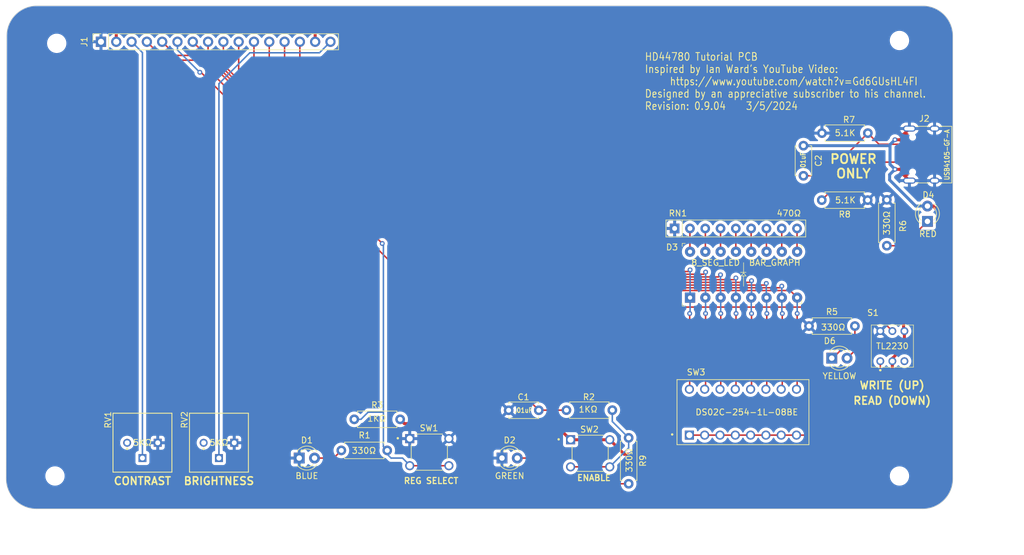
<source format=kicad_pcb>
(kicad_pcb (version 20221018) (generator pcbnew)
  (title_block (title "${project_name}") (date "2024-03-05") (rev "${version}") (company "Lutzcraft"))
  (layers (0 "F.Cu" signal) (31 "B.Cu" power) (34 "B.Paste" user) (35 "F.Paste" user) (36 "B.SilkS" user "B.Silkscreen") (37 "F.SilkS" user "F.Silkscreen") (38 "B.Mask" user) (39 "F.Mask" user) (44 "Edge.Cuts" user))
  (property "project_name" "HD44780 Tutorial PCB")
  (property "version" "0.9.04")
  (net 0 "")
  (net 1 "GND")
  (net 2 "Net-(D1-A)")
  (net 3 "Net-(D2-A)")
  (net 4 "/D7")
  (net 5 "/D6")
  (net 6 "/D5")
  (net 7 "/D4")
  (net 8 "/D3")
  (net 9 "/D2")
  (net 10 "/D1")
  (net 11 "/D0")
  (net 12 "Net-(RN1-R8)")
  (net 13 "Net-(RN1-R7)")
  (net 14 "Net-(RN1-R6)")
  (net 15 "Net-(RN1-R5)")
  (net 16 "Net-(RN1-R4)")
  (net 17 "Net-(RN1-R3)")
  (net 18 "Net-(RN1-R2)")
  (net 19 "Net-(RN1-R1)")
  (net 20 "Net-(D4-K)")
  (net 21 "+5V")
  (net 22 "/RS")
  (net 23 "/RW")
  (net 24 "/BLK")
  (net 25 "Net-(J2-PadA5)")
  (net 29 "Net-(C2-Pad2)")
  (net 33 "/V0")
  (net 34 "Net-(R2-Pad1)")
  (net 35 "Net-(D6-K)")
  (net 36 "/E")
  (net 38 "Net-(S1-NC_1)")
  (footprint "footprints:SW_1825967-1" (layer "F.Cu") (at 131.445 120.305)
    (fp_text reference "SW1" (at -0.05 -4) (layer "F.SilkS"))
    (fp_text value "REG SELECT" (at 0.305 4.755) (layer "F.SilkS") (effects (font (thickness 0.2) bold)))
    (pad "1" thru_hole rect (at -3.25 -2.25) (size 1.508 1.508) (drill 1) (layers "*.Cu" "*.Mask") (net 1 "GND"))
    (pad "2" thru_hole circle (at 3.25 -2.25) (size 1.508 1.508) (drill 1) (layers "*.Cu" "*.Mask") (net 1 "GND"))
    (pad "3" thru_hole circle (at -3.25 2.25) (size 1.508 1.508) (drill 1) (layers "*.Cu" "*.Mask") (net 22 "/RS"))
    (pad "4" thru_hole circle (at 3.25 2.25) (size 1.508 1.508) (drill 1) (layers "*.Cu" "*.Mask") (net 22 "/RS"))
  )
  (footprint "footprints:BOURNE-3386P" (layer "F.Cu") (at 81.28 118.745)
    (fp_text reference "RV1" (at -3.175 -3.81 90 unlocked) (layer "F.SilkS"))
    (fp_text value "5KΩ" (at 2.54 -0.0127 unlocked) (layer "F.SilkS"))
    (fp_text user "CONTRAST" (at 2.54 6.35 unlocked) (layer "F.SilkS") (effects (font (size 1.27 1.27) (thickness 0.254))))
    (pad "1" thru_hole circle (at 0 0) (size 1.3208 1.3208) (drill 0.8128) (layers "*.Cu" "*.Mask"))
    (pad "2" thru_hole rect (at 2.54 2.54) (size 1.3208 1.3208) (drill 0.8128) (layers "*.Cu" "*.Mask") (net 33 "/V0"))
    (pad "3" thru_hole rect (at 5.08 0) (size 1.3208 1.3208) (drill 0.8128) (layers "*.Cu" "*.Mask") (net 1 "GND"))
  )
  (footprint "Capacitor_THT:C_Disc_D4.7mm_W2.5mm_P5.00mm" (layer "F.Cu") (at 193.56 69.42 -90)
    (fp_text reference "C2" (at 2.5 -2.5 90) (layer "F.SilkS"))
    (fp_text value ".01uF" (at 2.53 0.06 90) (layer "F.SilkS") (effects (font (size 0.8 0.7))))
    (pad "1" thru_hole circle (at 0 0 270) (size 1.6 1.6) (drill 0.8) (layers "*.Cu" "*.Mask") (net 21 "+5V"))
    (pad "2" thru_hole circle (at 5 0 270) (size 1.6 1.6) (drill 0.8) (layers "*.Cu" "*.Mask") (net 29 "Net-(C2-Pad2)"))
  )
  (footprint "Resistor_THT:R_Axial_DIN0207_L6.3mm_D2.5mm_P7.62mm_Horizontal" (layer "F.Cu") (at 161.83 113.33 180)
    (fp_text reference "R2" (at 3.89 2.17 180) (layer "F.SilkS"))
    (fp_text value "1KΩ" (at 4.02 0.12 180) (layer "F.SilkS"))
    (pad "1" thru_hole circle (at 0 0 180) (size 1.6 1.6) (drill 0.8) (layers "*.Cu" "*.Mask") (net 34 "Net-(R2-Pad1)"))
    (pad "2" thru_hole oval (at 7.62 0 180) (size 1.6 1.6) (drill 0.8) (layers "*.Cu" "*.Mask") (net 36 "/E"))
  )
  (footprint "Capacitor_THT:C_Disc_D4.7mm_W2.5mm_P5.00mm" (layer "F.Cu") (at 149.62 113.35 180)
    (fp_text reference "C1" (at 2.54 2.19 180) (layer "F.SilkS"))
    (fp_text value ".01uF" (at 2.54 -0.01 180) (layer "F.SilkS") (effects (font (size 0.8 0.7))))
    (pad "1" thru_hole circle (at 0 0 180) (size 1.6 1.6) (drill 0.8) (layers "*.Cu" "*.Mask") (net 36 "/E"))
    (pad "2" thru_hole circle (at 5 0 180) (size 1.6 1.6) (drill 0.8) (layers "*.Cu" "*.Mask") (net 1 "GND"))
  )
  (footprint "footprints:USB_C_Receptacle_HRO_TYPE-C-31-M-12" (layer "F.Cu") (at 214.28 70.905 90)
    (fp_text reference "J2" (at 5.98 -0.65 180) (layer "F.SilkS"))
    (fp_text value "USB4105-GF-A" (at -0.035 3.11 90) (layer "F.SilkS") (effects (font (size 0.8 0.7))))
    (pad "" np_thru_hole circle (at -2.89 -2.6 90) (size 0.65 0.65) (drill 0.65) (layers "*.Cu" "*.Mask"))
    (pad "" np_thru_hole circle (at 2.89 -2.6 90) (size 0.65 0.65) (drill 0.65) (layers "*.Cu" "*.Mask"))
    (pad "A1" smd rect (at -3.25 -4.045 90) (size 0.6 1.45) (layers "F.Cu" "F.Paste" "F.Mask") (net 1 "GND"))
    (pad "A4" smd rect (at -2.45 -4.045 90) (size 0.6 1.45) (layers "F.Cu" "F.Paste" "F.Mask") (net 21 "+5V"))
    (pad "A5" smd rect (at -1.25 -4.045 90) (size 0.3 1.45) (layers "F.Cu" "F.Paste" "F.Mask") (net 25 "Net-(J2-PadA5)"))
    (pad "A6" smd rect (at -0.25 -4.045 90) (size 0.3 1.45) (layers "F.Cu" "F.Paste" "F.Mask"))
    (pad "A7" smd rect (at 0.25 -4.045 90) (size 0.3 1.45) (layers "F.Cu" "F.Paste" "F.Mask"))
    (pad "A8" smd rect (at 1.25 -4.045 90) (size 0.3 1.45) (layers "F.Cu" "F.Paste" "F.Mask"))
    (pad "A9" smd rect (at 2.45 -4.045 90) (size 0.6 1.45) (layers "F.Cu" "F.Paste" "F.Mask") (net 21 "+5V"))
    (pad "A12" smd rect (at 3.25 -4.045 90) (size 0.6 1.45) (layers "F.Cu" "F.Paste" "F.Mask") (net 1 "GND"))
    (pad "B1" smd rect (at 3.25 -4.045 90) (size 0.6 1.45) (layers "F.Cu" "F.Paste" "F.Mask") (net 1 "GND"))
    (pad "B4" smd rect (at 2.45 -4.045 90) (size 0.6 1.45) (layers "F.Cu" "F.Paste" "F.Mask") (net 21 "+5V"))
    (pad "B5" smd rect (at 1.75 -4.045 90) (size 0.3 1.45) (layers "F.Cu" "F.Paste" "F.Mask") (net 29 "Net-(C2-Pad2)"))
    (pad "B6" smd rect (at 0.75 -4.045 90) (size 0.3 1.45) (layers "F.Cu" "F.Paste" "F.Mask"))
    (pad "B7" smd rect (at -0.75 -4.045 90) (size 0.3 1.45) (layers "F.Cu" "F.Paste" "F.Mask"))
    (pad "B8" smd rect (at -1.75 -4.045 90) (size 0.3 1.45) (layers "F.Cu" "F.Paste" "F.Mask"))
    (pad "B9" smd rect (at -2.45 -4.045 90) (size 0.6 1.45) (layers "F.Cu" "F.Paste" "F.Mask") (net 21 "+5V"))
    (pad "B12" smd rect (at -3.25 -4.045 90) (size 0.6 1.45) (layers "F.Cu" "F.Paste" "F.Mask") (net 1 "GND"))
    (pad "S1" thru_hole oval (at -4.32 -3.13 90) (size 1 2.1) (drill oval 0.6 1.7) (layers "*.Cu" "*.Mask") (net 1 "GND"))
    (pad "S1" thru_hole oval (at -4.32 1.05 90) (size 1 1.6) (drill oval 0.6 1.2) (layers "*.Cu" "*.Mask") (net 1 "GND"))
    (pad "S1" thru_hole oval (at 4.32 -3.13 90) (size 1 2.1) (drill oval 0.6 1.7) (layers "*.Cu" "*.Mask") (net 1 "GND"))
    (pad "S1" thru_hole oval (at 4.32 1.05 90) (size 1 1.6) (drill oval 0.6 1.2) (layers "*.Cu" "*.Mask") (net 1 "GND"))
  )
  (footprint "Resistor_THT:R_Axial_DIN0207_L6.3mm_D2.5mm_P7.62mm_Horizontal" (layer "F.Cu") (at 164.54 117.93 -90)
    (fp_text reference "R9" (at 3.81 -2.37 90) (layer "F.SilkS"))
    (fp_text value "330Ω" (at 3.72 -0.1 90) (layer "F.SilkS"))
    (pad "1" thru_hole circle (at 0 0 270) (size 1.6 1.6) (drill 0.8) (layers "*.Cu" "*.Mask") (net 34 "Net-(R2-Pad1)"))
    (pad "2" thru_hole oval (at 7.62 0 270) (size 1.6 1.6) (drill 0.8) (layers "*.Cu" "*.Mask") (net 3 "Net-(D2-A)"))
  )
  (footprint "LED_THT:LED_D3.0mm" (layer "F.Cu") (at 109.85 121.285)
    (fp_text reference "D1" (at 1.27 -2.96) (layer "F.SilkS"))
    (fp_text value "BLUE" (at 1.27 2.96) (layer "F.SilkS"))
    (pad "1" thru_hole rect (at 0 0) (size 1.8 1.8) (drill 0.9) (layers "*.Cu" "*.Mask") (net 1 "GND"))
    (pad "2" thru_hole circle (at 2.54 0) (size 1.8 1.8) (drill 0.9) (layers "*.Cu" "*.Mask") (net 2 "Net-(D1-A)"))
  )
  (footprint "Resistor_THT:R_Axial_DIN0207_L6.3mm_D2.5mm_P7.62mm_Horizontal" (layer "F.Cu") (at 207.4042 78.4102 -90)
    (fp_text reference "R6" (at 4.3498 -2.6758 90) (layer "F.SilkS"))
    (fp_text value "330Ω" (at 3.8598 0.0042 90) (layer "F.SilkS"))
    (pad "1" thru_hole circle (at 0 0 270) (size 1.6 1.6) (drill 0.8) (layers "*.Cu" "*.Mask") (net 1 "GND"))
    (pad "2" thru_hole oval (at 7.62 0 270) (size 1.6 1.6) (drill 0.8) (layers "*.Cu" "*.Mask") (net 20 "Net-(D4-K)"))
  )
  (footprint "LED_THT:LED_D3.0mm" (layer "F.Cu") (at 143.51 121.285)
    (fp_text reference "D2" (at 1.27 -2.96) (layer "F.SilkS"))
    (fp_text value "GREEN" (at 1.27 2.96) (layer "F.SilkS"))
    (pad "1" thru_hole rect (at 0 0) (size 1.8 1.8) (drill 0.9) (layers "*.Cu" "*.Mask") (net 1 "GND"))
    (pad "2" thru_hole circle (at 2.54 0) (size 1.8 1.8) (drill 0.9) (layers "*.Cu" "*.Mask") (net 3 "Net-(D2-A)"))
  )
  (footprint "Resistor_THT:R_Axial_DIN0207_L6.3mm_D2.5mm_P7.62mm_Horizontal" (layer "F.Cu") (at 204.22 78.46 180)
    (fp_text reference "R8" (at 3.81 -2.37 180) (layer "F.SilkS"))
    (fp_text value "5.1K" (at 3.7 -0.01 180) (layer "F.SilkS"))
    (pad "1" thru_hole circle (at 0 0 180) (size 1.6 1.6) (drill 0.8) (layers "*.Cu" "*.Mask") (net 1 "GND"))
    (pad "2" thru_hole oval (at 7.62 0 180) (size 1.6 1.6) (drill 0.8) (layers "*.Cu" "*.Mask") (net 25 "Net-(J2-PadA5)"))
  )
  (footprint "footprints:LCD_2004_PinSocket_1x16_P2.54mm_Vertical" (layer "F.Cu") (at 76.9366 52.1716 90)
    (fp_text reference "J1" (at 0 -2.77 90) (layer "F.SilkS"))
    (fp_text value "LCD_2004_PinSocket_1x16_P2.54mm_Vertical")
    (pad "1" thru_hole rect (at 0 0 90) (size 1.7 1.7) (drill 1) (layers "*.Cu" "*.Mask") (net 1 "GND"))
    (pad "2" thru_hole oval (at 0 2.54 90) (size 1.7 1.7) (drill 1) (layers "*.Cu" "*.Mask") (net 21 "+5V"))
    (pad "3" thru_hole oval (at 0 5.08 90) (size 1.7 1.7) (drill 1) (layers "*.Cu" "*.Mask") (net 33 "/V0"))
    (pad "4" thru_hole oval (at 0 7.62 90) (size 1.7 1.7) (drill 1) (layers "*.Cu" "*.Mask") (net 22 "/RS"))
    (pad "5" thru_hole oval (at 0 10.16 90) (size 1.7 1.7) (drill 1) (layers "*.Cu" "*.Mask") (net 23 "/RW"))
    (pad "6" thru_hole oval (at 0 12.7 90) (size 1.7 1.7) (drill 1) (layers "*.Cu" "*.Mask") (net 36 "/E"))
    (pad "7" thru_hole oval (at 0 15.24 90) (size 1.7 1.7) (drill 1) (layers "*.Cu" "*.Mask") (net 11 "/D0"))
    (pad "8" thru_hole oval (at 0 17.78 90) (size 1.7 1.7) (drill 1) (layers "*.Cu" "*.Mask") (net 10 "/D1"))
    (pad "9" thru_hole oval (at 0 20.32 90) (size 1.7 1.7) (drill 1) (layers "*.Cu" "*.Mask") (net 9 "/D2"))
    (pad "10" thru_hole oval (at 0 22.86 90) (size 1.7 1.7) (drill 1) (layers "*.Cu" "*.Mask") (net 8 "/D3"))
    (pad "11" thru_hole oval (at 0 25.4 90) (size 1.7 1.7) (drill 1) (layers "*.Cu" "*.Mask") (net 7 "/D4"))
    (pad "12" thru_hole oval (at 0 27.94 90) (size 1.7 1.7) (drill 1) (layers "*.Cu" "*.Mask") (net 6 "/D5"))
    (pad "13" thru_hole oval (at 0 30.48 90) (size 1.7 1.7) (drill 1) (layers "*.Cu" "*.Mask") (net 5 "/D6"))
    (pad "14" thru_hole oval (at 0 33.02 90) (size 1.7 1.7) (drill 1) (layers "*.Cu" "*.Mask") (net 4 "/D7"))
    (pad "15" thru_hole oval (at 0 35.56 90) (size 1.7 1.7) (drill 1) (layers "*.Cu" "*.Mask") (net 21 "+5V"))
    (pad "16" thru_hole oval (at 0 38.1 90) (size 1.7 1.7) (drill 1) (layers "*.Cu" "*.Mask") (net 24 "/BLK"))
  )
  (footprint "footprints:SW_1825967-1" (layer "F.Cu") (at 158.15 120.49)
    (fp_text reference "SW2" (at -0.12 -3.96) (layer "F.SilkS"))
    (fp_text value "ENABLE" (at 0.63 4.08) (layer "F.SilkS") (effects (font (thickness 0.2) bold)))
    (pad "1" thru_hole rect (at -3.25 -2.25) (size 1.508 1.508) (drill 1) (layers "*.Cu" "*.Mask") (net 21 "+5V"))
    (pad "2" thru_hole circle (at 3.25 -2.25) (size 1.508 1.508) (drill 1) (layers "*.Cu" "*.Mask") (net 21 "+5V"))
    (pad "3" thru_hole circle (at -3.25 2.25) (size 1.508 1.508) (drill 1) (layers "*.Cu" "*.Mask") (net 34 "Net-(R2-Pad1)"))
    (pad "4" thru_hole circle (at 3.25 2.25) (size 1.508 1.508) (drill 1) (layers "*.Cu" "*.Mask") (net 34 "Net-(R2-Pad1)"))
  )
  (footprint "MountingHole:MountingHole_2.7mm_M2.5" (layer "F.Cu") (at 209.5 51.96)
    (fp_text reference "H2")
    (fp_text value "MountingHole")
    (pad "" np_thru_hole circle locked (at 0 0) (size 2.7 2.7) (drill 2.7) (layers "*.Cu" "*.Mask"))
  )
  (footprint "MountingHole:MountingHole_2.7mm_M2.5" (layer "F.Cu") (at 69.59 52.43)
    (fp_text reference "H1")
    (fp_text value "MountingHole")
    (pad "" np_thru_hole circle locked (at 0 0) (size 2.7 2.7) (drill 2.7) (layers "*.Cu" "*.Mask"))
  )
  (footprint "footprints:LED_Bar_Graph_8_SEG_SOCKET" (layer "F.Cu") (at 174.7314 94.6448 90)
    (fp_text reference "D3" (at 8.3604 -2.9886 180) (layer "F.SilkS"))
    (fp_text value " 8_SEG_LED  BAR_GRAPH" (at 5.8 8.89) (layer "F.SilkS"))
    (pad "1" thru_hole rect (at 0 0 90) (size 1.7 1.7) (drill 0.7) (layers "*.Cu" "*.Mask") (net 4 "/D7"))
    (pad "2" thru_hole circle (at 0 2.54 90) (size 1.7 1.7) (drill 0.7) (layers "*.Cu" "*.Mask") (net 5 "/D6"))
    (pad "3" thru_hole circle (at 0 5.08 90) (size 1.7 1.7) (drill 0.7) (layers "*.Cu" "*.Mask") (net 6 "/D5"))
    (pad "4" thru_hole circle (at 0 7.62 90) (size 1.7 1.7) (drill 0.7) (layers "*.Cu" "*.Mask") (net 7 "/D4"))
    (pad "5" thru_hole circle (at 0 10.16 90) (size 1.7 1.7) (drill 0.7) (layers "*.Cu" "*.Mask") (net 8 "/D3"))
    (pad "6" thru_hole circle (at 0 12.7 90) (size 1.7 1.7) (drill 0.7) (layers "*.Cu" "*.Mask") (net 9 "/D2"))
    (pad "7" thru_hole circle (at 0 15.24 90) (size 1.7 1.7) (drill 0.7) (layers "*.Cu" "*.Mask") (net 10 "/D1"))
    (pad "8" thru_hole circle (at 0 17.78 90) (size 1.7 1.7) (drill 0.7) (layers "*.Cu" "*.Mask") (net 11 "/D0"))
    (pad "9" thru_hole circle (at 7.62 17.78 90) (size 1.7 1.7) (drill 0.7) (layers "*.Cu" "*.Mask") (net 12 "Net-(RN1-R8)"))
    (pad "10" thru_hole circle (at 7.62 15.24 90) (size 1.7 1.7) (drill 0.7) (layers "*.Cu" "*.Mask") (net 13 "Net-(RN1-R7)"))
    (pad "11" thru_hole circle (at 7.62 12.7 90) (size 1.7 1.7) (drill 0.7) (layers "*.Cu" "*.Mask") (net 14 "Net-(RN1-R6)"))
    (pad "12" thru_hole circle (at 7.62 10.16 90) (size 1.7 1.7) (drill 0.7) (layers "*.Cu" "*.Mask") (net 15 "Net-(RN1-R5)"))
    (pad "13" thru_hole circle (at 7.62 7.62 90) (size 1.7 1.7) (drill 0.7) (layers "*.Cu" "*.Mask") (net 16 "Net-(RN1-R4)"))
    (pad "14" thru_hole circle (at 7.62 5.08 90) (size 1.7 1.7) (drill 0.7) (layers "*.Cu" "*.Mask") (net 17 "Net-(RN1-R3)"))
    (pad "15" thru_hole circle (at 7.62 2.54 90) (size 1.7 1.7) (drill 0.7) (layers "*.Cu" "*.Mask") (net 18 "Net-(RN1-R2)"))
    (pad "16" thru_hole circle (at 7.62 0 90) (size 1.7 1.7) (drill 0.7) (layers "*.Cu" "*.Mask") (net 19 "Net-(RN1-R1)"))
  )
  (footprint "Resistor_THT:R_Axial_DIN0207_L6.3mm_D2.5mm_P7.62mm_Horizontal" (layer "F.Cu") (at 124.46 120.015 180)
    (fp_text reference "R1" (at 3.76 2.51) (layer "F.SilkS"))
    (fp_text value "330Ω" (at 3.87 -0.04) (layer "F.SilkS"))
    (pad "1" thru_hole circle (at 0 0 180) (size 1.6 1.6) (drill 0.8) (layers "*.Cu" "*.Mask") (net 22 "/RS"))
    (pad "2" thru_hole oval (at 7.62 0 180) (size 1.6 1.6) (drill 0.8) (layers "*.Cu" "*.Mask") (net 2 "Net-(D1-A)"))
  )
  (footprint "Resistor_THT:R_Axial_DIN0207_L6.3mm_D2.5mm_P7.62mm_Horizontal" (layer "F.Cu") (at 194.48 99.37)
    (fp_text reference "R5" (at 3.81 -2.37) (layer "F.SilkS"))
    (fp_text value "330Ω" (at 4.02 0.21) (layer "F.SilkS"))
    (pad "1" thru_hole circle (at 0 0) (size 1.6 1.6) (drill 0.8) (layers "*.Cu" "*.Mask") (net 1 "GND"))
    (pad "2" thru_hole oval (at 7.62 0) (size 1.6 1.6) (drill 0.8) (layers "*.Cu" "*.Mask") (net 35 "Net-(D6-K)"))
  )
  (footprint "LED_THT:LED_D3.0mm" (layer "F.Cu") (at 198.26 104.7)
    (fp_text reference "D6" (at -0.33 -2.86) (layer "F.SilkS"))
    (fp_text value "YELLOW" (at 1.27 2.96) (layer "F.SilkS"))
    (pad "1" thru_hole rect (at 0 0) (size 1.8 1.8) (drill 0.9) (layers "*.Cu" "*.Mask") (net 35 "Net-(D6-K)"))
    (pad "2" thru_hole circle (at 2.54 0) (size 1.8 1.8) (drill 0.9) (layers "*.Cu" "*.Mask") (net 23 "/RW"))
  )
  (footprint "MountingHole:MountingHole_2.7mm_M2.5" (layer "F.Cu") (at 69.3 124.26)
    (fp_text reference locked "H4")
    (fp_text value "MountingHole")
    (pad "" np_thru_hole circle locked (at 0 0) (size 2.7 2.7) (drill 2.7) (layers "*.Cu" "*.Mask"))
  )
  (footprint "footprints:BOURNE-3386P" (layer "F.Cu") (at 93.98 118.745)
    (fp_text reference "RV2" (at -3.175 -3.81 90 unlocked) (layer "F.SilkS"))
    (fp_text value "5KΩ" (at 2.54 -0.0127 unlocked) (layer "F.SilkS"))
    (fp_text user "BRIGHTNESS" (at 2.54 6.35 unlocked) (layer "F.SilkS") (effects (font (size 1.27 1.27) (thickness 0.254))))
    (pad "1" thru_hole circle (at 0 0) (size 1.3208 1.3208) (drill 0.8128) (layers "*.Cu" "*.Mask"))
    (pad "2" thru_hole rect (at 2.54 2.54) (size 1.3208 1.3208) (drill 0.8128) (layers "*.Cu" "*.Mask") (net 24 "/BLK"))
    (pad "3" thru_hole rect (at 5.08 0) (size 1.3208 1.3208) (drill 0.8128) (layers "*.Cu" "*.Mask") (net 1 "GND"))
  )
  (footprint "MountingHole:MountingHole_2.7mm_M2.5" (layer "F.Cu") (at 209.5 124.26)
    (fp_text reference "H3")
    (fp_text value "MountingHole")
    (pad "" np_thru_hole circle locked (at 0 0) (size 2.7 2.7) (drill 2.7) (layers "*.Cu" "*.Mask"))
  )
  (footprint "footprints:SW_DS02C-254-1L-08BE" (layer "F.Cu") (at 183.515 113.665)
    (fp_text reference "SW3" (at -7.775 -6.635) (layer "F.SilkS"))
    (fp_text value "DS02C-254-1L-08BE" (at 0.635 0) (layer "F.SilkS"))
    (pad "1A" thru_hole rect (at -8.89 3.81) (size 1.508 1.508) (drill 1) (layers "*.Cu" "*.Mask") (net 38 "Net-(S1-NC_1)"))
    (pad "1B" thru_hole circle (at -8.89 -3.81) (size 1.508 1.508) (drill 1) (layers "*.Cu" "*.Mask") (net 4 "/D7"))
    (pad "2A" thru_hole circle (at -6.35 3.81) (size 1.508 1.508) (drill 1) (layers "*.Cu" "*.Mask") (net 38 "Net-(S1-NC_1)"))
    (pad "2B" thru_hole circle (at -6.35 -3.81) (size 1.508 1.508) (drill 1) (layers "*.Cu" "*.Mask") (net 5 "/D6"))
    (pad "3A" thru_hole circle (at -3.81 3.81) (size 1.508 1.508) (drill 1) (layers "*.Cu" "*.Mask") (net 38 "Net-(S1-NC_1)"))
    (pad "3B" thru_hole circle (at -3.81 -3.81) (size 1.508 1.508) (drill 1) (layers "*.Cu" "*.Mask") (net 6 "/D5"))
    (pad "4A" thru_hole circle (at -1.27 3.81) (size 1.508 1.508) (drill 1) (layers "*.Cu" "*.Mask") (net 38 "Net-(S1-NC_1)"))
    (pad "4B" thru_hole circle (at -1.27 -3.81) (size 1.508 1.508) (drill 1) (layers "*.Cu" "*.Mask") (net 7 "/D4"))
    (pad "5A" thru_hole circle (at 1.27 3.81) (size 1.508 1.508) (drill 1) (layers "*.Cu" "*.Mask") (net 38 "Net-(S1-NC_1)"))
    (pad "5B" thru_hole circle (at 1.27 -3.81) (size 1.508 1.508) (drill 1) (layers "*.Cu" "*.Mask") (net 8 "/D3"))
    (pad "6A" thru_hole circle (at 3.81 3.81) (size 1.508 1.508) (drill 1) (layers "*.Cu" "*.Mask") (net 38 "Net-(S1-NC_1)"))
    (pad "6B" thru_hole circle (at 3.81 -3.81) (size 1.508 1.508) (drill 1) (layers "*.Cu" "*.Mask") (net 9 "/D2"))
    (pad "7A" thru_hole circle (at 6.35 3.81) (size 1.508 1.508) (drill 1) (layers "*.Cu" "*.Mask") (net 38 "Net-(S1-NC_1)"))
    (pad "7B" thru_hole circle (at 6.35 -3.81) (size 1.508 1.508) (drill 1) (layers "*.Cu" "*.Mask") (net 10 "/D1"))
    (pad "8A" thru_hole circle (at 8.89 3.81) (size 1.508 1.508) (drill 1) (layers "*.Cu" "*.Mask") (net 38 "Net-(S1-NC_1)"))
    (pad "8B" thru_hole circle (at 8.89 -3.81) (size 1.508 1.508) (drill 1) (layers "*.Cu" "*.Mask") (net 11 "/D0"))
  )
  (footprint "Resistor_THT:R_Axial_DIN0207_L6.3mm_D2.5mm_P7.62mm_Horizontal" (layer "F.Cu") (at 118.985 114.855)
    (fp_text reference "R3" (at 3.81 -2.37) (layer "F.SilkS"))
    (fp_text value "1KΩ" (at 3.74 -0.13) (layer "F.SilkS"))
    (pad "1" thru_hole circle (at 0 0) (size 1.6 1.6) (drill 0.8) (layers "*.Cu" "*.Mask") (net 22 "/RS"))
    (pad "2" thru_hole oval (at 7.62 0) (size 1.6 1.6) (drill 0.8) (layers "*.Cu" "*.Mask") (net 21 "+5V"))
  )
  (footprint "footprints:R_Array_SIP9" (layer "F.Cu") (at 172.1746 83.1644)
    (fp_text reference "RN1" (at 0.5454 -2.5194) (layer "F.SilkS"))
    (fp_text value "470Ω" (at 18.9604 -2.5194) (layer "F.SilkS"))
    (pad "1" thru_hole rect (at 0 0) (size 1.6 1.6) (drill 0.8) (layers "*.Cu" "*.Mask") (net 1 "GND"))
    (pad "2" thru_hole oval (at 2.54 0) (size 1.6 1.6) (drill 0.8) (layers "*.Cu" "*.Mask") (net 19 "Net-(RN1-R1)"))
    (pad "3" thru_hole oval (at 5.08 0) (size 1.6 1.6) (drill 0.8) (layers "*.Cu" "*.Mask") (net 18 "Net-(RN1-R2)"))
    (pad "4" thru_hole oval (at 7.62 0) (size 1.6 1.6) (drill 0.8) (layers "*.Cu" "*.Mask") (net 17 "Net-(RN1-R3)"))
    (pad "5" thru_hole oval (at 10.16 0) (size 1.6 1.6) (drill 0.8) (layers "*.Cu" "*.Mask") (net 16 "Net-(RN1-R4)"))
    (pad "6" thru_hole oval (at 12.7 0) (size 1.6 1.6) (drill 0.8) (layers "*.Cu" "*.Mask") (net 15 "Net-(RN1-R5)"))
    (pad "7" thru_hole oval (at 15.24 0) (size 1.6 1.6) (drill 0.8) (layers "*.Cu" "*.Mask") (net 14 "Net-(RN1-R6)"))
    (pad "8" thru_hole oval (at 17.78 0) (size 1.6 1.6) (drill 0.8) (layers "*.Cu" "*.Mask") (net 13 "Net-(RN1-R7)"))
    (pad "9" thru_hole oval (at 20.32 0) (size 1.6 1.6) (drill 0.8) (layers "*.Cu" "*.Mask") (net 12 "Net-(RN1-R8)"))
  )
  (footprint "LED_THT:LED_D3.0mm" (layer "F.Cu") (at 214.1442 81.9902 90)
    (fp_text reference "D4" (at 4.39 0.16) (layer "F.SilkS"))
    (fp_text value "RED" (at -2.0748 0.0858) (layer "F.SilkS"))
    (pad "1" thru_hole rect (at 0 0 90) (size 1.8 1.8) (drill 0.9) (layers "*.Cu" "*.Mask") (net 20 "Net-(D4-K)"))
    (pad "2" thru_hole circle (at 2.54 0 90) (size 1.8 1.8) (drill 0.9) (layers "*.Cu" "*.Mask") (net 21 "+5V"))
  )
  (footprint "Resistor_THT:R_Axial_DIN0207_L6.3mm_D2.5mm_P7.62mm_Horizontal" (layer "F.Cu") (at 204.25 67.34 180)
    (fp_text reference "R7" (at 3.12 2.24 180) (layer "F.SilkS"))
    (fp_text value "5.1K" (at 3.78 0.02 180) (layer "F.SilkS"))
    (pad "1" thru_hole circle (at 0 0 180) (size 1.6 1.6) (drill 0.8) (layers "*.Cu" "*.Mask") (net 29 "Net-(C2-Pad2)"))
    (pad "2" thru_hole oval (at 7.62 0 180) (size 1.6 1.6) (drill 0.8) (layers "*.Cu" "*.Mask") (net 1 "GND"))
  )
  (footprint "footprints:TL2230EEF140" (layer "F.Cu") (at 206.32 105.2)
    (fp_text reference "S1" (at -1.215 -8.045) (layer "F.SilkS"))
    (fp_text value "TL2230" (at 2 -2.5) (layer "F.SilkS"))
    (fp_text user "READ (DOWN)" (at 1.96 6.56 unlocked) (layer "F.SilkS") (effects (font (size 1.27 1.27) (thickness 0.254))))
    (fp_text user "WRITE (UP)" (at 1.96 4.02 unlocked) (layer "F.SilkS") (effects (font (size 1.27 1.27) (thickness 0.254))))
    (pad "1" thru_hole circle (at 0 0) (size 1.3 1.3) (drill 0.8) (layers "*.Cu" "*.Mask") (net 38 "Net-(S1-NC_1)"))
    (pad "2" thru_hole circle (at 2 0) (size 1.3 1.3) (drill 0.8) (layers "*.Cu" "*.Mask") (net 21 "+5V"))
    (pad "3" thru_hole circle (at 4 0) (size 1.3 1.3) (drill 0.8) (layers "*.Cu" "*.Mask"))
    (pad "4" thru_hole circle (at 0 -5) (size 1.3 1.3) (drill 0.8) (layers "*.Cu" "*.Mask") (net 1 "GND"))
    (pad "5" thru_hole circle (at 2 -5) (size 1.3 1.3) (drill 0.8) (layers "*.Cu" "*.Mask") (net 23 "/RW"))
    (pad "6" thru_hole circle (at 4 -5) (size 1.3 1.3) (drill 0.8) (layers "*.Cu" "*.Mask") (net 21 "+5V"))
  )
  (gr_arc (start 213.3638 46.2026) (mid 216.899334 47.667066) (end 218.3638 51.2026) (stroke (width 0.1)) (layer "Edge.Cuts"))
  (gr_line (start 66.2902 46.2026) (end 213.3638 46.2026) (stroke (width 0.1)) (layer "Edge.Cuts"))
  (gr_arc (start 218.3638 124.7178) (mid 216.899334 128.253334) (end 213.3638 129.7178) (stroke (width 0.1)) (layer "Edge.Cuts"))
  (gr_arc (start 66.2902 129.7178) (mid 62.697569 128.281102) (end 61.188167 124.718405) (stroke (width 0.1)) (layer "Edge.Cuts"))
  (gr_line (start 213.3638 129.7178) (end 66.2902 129.7178) (stroke (width 0.1)) (layer "Edge.Cuts"))
  (gr_line (start 218.3638 51.2026) (end 218.3638 124.7178) (stroke (width 0.1)) (layer "Edge.Cuts"))
  (gr_line (start 61.188167 124.718405) (end 61.2902 51.2026) (stroke (width 0.1)) (layer "Edge.Cuts"))
  (gr_arc (start 61.2902 51.2026) (mid 62.754666 47.667066) (end 66.2902 46.2026) (stroke (width 0.1)) (layer "Edge.Cuts"))
  (gr_text "${project_name}\nInspired by Ian Ward's YouTube Video:\n	https://www.youtube.com/watch?v=Gd6GUsHL4FI\nDesigned by an appreciative subscriber to his channel.\nRevision: ${version}    3/5/2024\n" (at 167.16 63.58) (layer "F.SilkS") (effects (font (size 1.27 1.1)) (justify left bottom)))
  (gr_text "POWER\nONLY" (at 201.85 74.93) (layer "F.SilkS") (effects (font (size 1.5 1.5) (thickness 0.3) bold) (justify bottom)))
  (segment (start 210.235 74.31) (end 211.15 75.225) (width 0.5) (layer "F.Cu") (net 1))
  (segment (start 210.235 67.5) (end 211.15 66.585) (width 0.5) (layer "F.Cu") (net 1))
  (segment (start 210.235 67.655) (end 210.235 67.5) (width 0.5) (layer "F.Cu") (net 1))
  (segment (start 116.84 120.015) (end 115.57 121.285) (width 0.25) (layer "F.Cu") (net 2))
  (segment (start 115.57 121.285) (end 112.39 121.285) (width 0.25) (layer "F.Cu") (net 2))
  (segment (start 164.54 125.55) (end 154.44 125.55) (width 0.25) (layer "F.Cu") (net 3))
  (segment (start 154.44 125.55) (end 150.175 121.285) (width 0.25) (layer "F.Cu") (net 3))
  (segment (start 150.175 121.285) (end 146.05 121.285) (width 0.25) (layer "F.Cu") (net 3))
  (segment (start 134.775172 90.3154) (end 109.9566 65.496828) (width 0.25) (layer "F.Cu") (net 4))
  (segment (start 174.465 90.3154) (end 134.775172 90.3154) (width 0.25) (layer "F.Cu") (net 4))
  (segment (start 109.9566 65.496828) (end 109.9566 52.1716) (width 0.25) (layer "F.Cu") (net 4))
  (segment (start 174.6738 109.8062) (end 174.625 109.855) (width 0.25) (layer "F.Cu") (net 4))
  (segment (start 174.74 90.0404) (end 174.465 90.3154) (width 0.25) (layer "F.Cu") (net 4))
  (segment (start 174.6738 97.2848) (end 174.6738 109.8062) (width 0.25) (layer "F.Cu") (net 4))
  (via (at 174.74 90.0404) (size 0.8) (drill 0.4) (layers "F.Cu" "B.Cu") (net 4))
  (via (at 174.6738 97.2848) (size 0.8) (drill 0.4) (layers "F.Cu" "B.Cu") (net 4))
  (segment (start 174.74 90.0404) (end 174.74 97.2186) (width 0.25) (layer "B.Cu") (net 4))
  (segment (start 174.74 97.2186) (end 174.6738 97.2848) (width 0.25) (layer "B.Cu") (net 4))
  (segment (start 177.3114 97.2848) (end 177.3114 109.7086) (width 0.25) (layer "F.Cu") (net 5))
  (segment (start 134.588776 90.7654) (end 107.4166 63.593224) (width 0.25) (layer "F.Cu") (net 5))
  (segment (start 177.3114 109.7086) (end 177.165 109.855) (width 0.25) (layer "F.Cu") (net 5))
  (segment (start 176.9646 90.7654) (end 134.588776 90.7654) (width 0.25) (layer "F.Cu") (net 5))
  (segment (start 107.4166 63.593224) (end 107.4166 52.1716) (width 0.25) (layer "F.Cu") (net 5))
  (segment (start 177.32 90.41) (end 176.9646 90.7654) (width 0.25) (layer "F.Cu") (net 5))
  (via (at 177.32 90.41) (size 0.8) (drill 0.4) (layers "F.Cu" "B.Cu") (net 5))
  (via (at 177.3114 97.2848) (size 0.8) (drill 0.4) (layers "F.Cu" "B.Cu") (net 5))
  (segment (start 177.32 90.41) (end 177.32 92.8628) (width 0.25) (layer "B.Cu") (net 5))
  (segment (start 177.3114 92.8714) (end 177.3114 97.2848) (width 0.25) (layer "B.Cu") (net 5))
  (segment (start 177.32 92.8628) (end 177.3114 92.8714) (width 0.25) (layer "B.Cu") (net 5))
  (segment (start 179.83 109.73) (end 179.705 109.855) (width 0.25) (layer "F.Cu") (net 6))
  (segment (start 179.4346 91.2154) (end 134.40238 91.2154) (width 0.25) (layer "F.Cu") (net 6))
  (segment (start 104.8766 61.68962) (end 104.8766 52.1716) (width 0.25) (layer "F.Cu") (net 6))
  (segment (start 179.79 90.86) (end 179.4346 91.2154) (width 0.25) (layer "F.Cu") (net 6))
  (segment (start 134.40238 91.2154) (end 104.8766 61.68962) (width 0.25) (layer "F.Cu") (net 6))
  (segment (start 179.83 97.2848) (end 179.83 109.73) (width 0.25) (layer "F.Cu") (net 6))
  (via (at 179.79 90.86) (size 0.8) (drill 0.4) (layers "F.Cu" "B.Cu") (net 6))
  (via (at 179.83 97.2848) (size 0.8) (drill 0.4) (layers "F.Cu" "B.Cu") (net 6))
  (segment (start 179.79 93.59) (end 179.82 93.62) (width 0.25) (layer "B.Cu") (net 6))
  (segment (start 179.82 93.62) (end 179.82 97.2748) (width 0.25) (layer "B.Cu") (net 6))
  (segment (start 179.82 97.2748) (end 179.83 97.2848) (width 0.25) (layer "B.Cu") (net 6))
  (segment (start 179.79 90.86) (end 179.79 93.59) (width 0.25) (layer "B.Cu") (net 6))
  (segment (start 182.34 91.3904) (end 182.065 91.6654) (width 0.25) (layer "F.Cu") (net 7))
  (segment (start 182.3714 97.2848) (end 182.3614 97.2948) (width 0.25) (layer "F.Cu") (net 7))
  (segment (start 102.3366 59.786016) (end 102.3366 52.1716) (width 0.25) (layer "F.Cu") (net 7))
  (segment (start 134.215984 91.6654) (end 102.3366 59.786016) (width 0.25) (layer "F.Cu") (net 7))
  (segment (start 182.3614 109.7386) (end 182.245 109.855) (width 0.25) (layer "F.Cu") (net 7))
  (segment (start 182.3614 97.2948) (end 182.3614 109.7386) (width 0.25) (layer "F.Cu") (net 7))
  (segment (start 182.065 91.6654) (end 134.215984 91.6654) (width 0.25) (layer "F.Cu") (net 7))
  (via (at 182.34 91.3904) (size 0.8) (drill 0.4) (layers "F.Cu" "B.Cu") (net 7))
  (via (at 182.3714 97.2848) (size 0.8) (drill 0.4) (layers "F.Cu" "B.Cu") (net 7))
  (segment (start 182.34 94.6252) (end 182.36 94.6452) (width 0.25) (layer "B.Cu") (net 7))
  (segment (start 182.36 97.2734) (end 182.3714 97.2848) (width 0.25) (layer "B.Cu") (net 7))
  (segment (start 182.36 94.6452) (end 182.36 97.2734) (width 0.25) (layer "B.Cu") (net 7))
  (segment (start 182.34 91.3904) (end 182.34 94.6252) (width 0.25) (layer "B.Cu") (net 7))
  (segment (start 184.9314 107.6148) (end 184.9414 107.6248) (width 0.25) (layer "F.Cu") (net 8))
  (segment (start 184.9414 107.6248) (end 184.9414 109.6986) (width 0.25) (layer "F.Cu") (net 8))
  (segment (start 134.029588 92.1154) (end 99.7966 57.882412) (width 0.25) (layer "F.Cu") (net 8))
  (segment (start 184.94 91.8404) (end 184.665 92.1154) (width 0.25) (layer "F.Cu") (net 8))
  (segment (start 184.9414 97.2848) (end 184.9414 107.6048) (width 0.25) (layer "F.Cu") (net 8))
  (segment (start 99.7966 57.882412) (end 99.7966 52.1716) (width 0.25) (layer "F.Cu") (net 8))
  (segment (start 184.9414 107.6048) (end 184.9314 107.6148) (width 0.25) (layer "F.Cu") (net 8))
  (segment (start 184.665 92.1154) (end 134.029588 92.1154) (width 0.25) (layer "F.Cu") (net 8))
  (segment (start 184.9414 109.6986) (end 184.785 109.855) (width 0.25) (layer "F.Cu") (net 8))
  (via (at 184.94 91.8404) (size 0.8) (drill 0.4) (layers "F.Cu" "B.Cu") (net 8))
  (via (at 184.9414 97.2848) (size 0.8) (drill 0.4) (layers "F.Cu" "B.Cu") (net 8))
  (segment (start 184.9 97.2434) (end 184.9414 97.2848) (width 0.25) (layer "B.Cu") (net 8))
  (segment (start 184.94 91.8404) (end 184.94 94.6052) (width 0.25) (layer "B.Cu") (net 8))
  (segment (start 184.94 94.6052) (end 184.9 94.6452) (width 0.25) (layer "B.Cu") (net 8))
  (segment (start 184.9 94.6452) (end 184.9 97.2434) (width 0.25) (layer "B.Cu") (net 8))
  (segment (start 187.325 109.855) (end 187.4714 109.7086) (width 0.25) (layer "F.Cu") (net 9))
  (segment (start 187.1146 92.5654) (end 133.843192 92.5654) (width 0.25) (layer "F.Cu") (net 9))
  (segment (start 187.4714 109.7086) (end 187.4714 97.2948) (width 0.25) (layer "F.Cu") (net 9))
  (segment (start 97.2566 55.978808) (end 97.2566 52.1716) (width 0.25) (layer "F.Cu") (net 9))
  (segment (start 133.843192 92.5654) (end 97.2566 55.978808) (width 0.25) (layer "F.Cu") (net 9))
  (segment (start 187.39 92.29) (end 187.1146 92.5654) (width 0.25) (layer "F.Cu") (net 9))
  (segment (start 187.4714 97.2948) (end 187.4814 97.2848) (width 0.25) (layer "F.Cu") (net 9))
  (via (at 187.4814 97.2848) (size 0.8) (drill 0.4) (layers "F.Cu" "B.Cu") (net 9))
  (via (at 187.39 92.29) (size 0.8) (drill 0.4) (layers "F.Cu" "B.Cu") (net 9))
  (segment (start 187.44 94.15) (end 187.44 97.2434) (width 0.25) (layer "B.Cu") (net 9))
  (segment (start 187.44 97.2434) (end 187.4814 97.2848) (width 0.25) (layer "B.Cu") (net 9))
  (segment (start 187.39 92.29) (end 187.39 94.1) (width 0.25) (layer "B.Cu") (net 9))
  (segment (start 187.39 94.1) (end 187.44 94.15) (width 0.25) (layer "B.Cu") (net 9))
  (segment (start 190.0414 109.6786) (end 190.0414 97.2948) (width 0.25) (layer "F.Cu") (net 10))
  (segment (start 189.685 93.0154) (end 133.656796 93.0154) (width 0.25) (layer "F.Cu") (net 10))
  (segment (start 189.96 92.7404) (end 189.685 93.0154) (width 0.25) (layer "F.Cu") (net 10))
  (segment (start 189.865 109.855) (end 190.0414 109.6786) (width 0.25) (layer "F.Cu") (net 10))
  (segment (start 190.0414 97.2948) (end 190.0514 97.2848) (width 0.25) (layer "F.Cu") (net 10))
  (segment (start 133.656796 93.0154) (end 94.7166 54.075204) (width 0.25) (layer "F.Cu") (net 10))
  (segment (start 94.7166 54.075204) (end 94.7166 52.1716) (width 0.25) (layer "F.Cu") (net 10))
  (via (at 190.0514 97.2848) (size 0.8) (drill 0.4) (layers "F.Cu" "B.Cu") (net 10))
  (via (at 189.96 92.7404) (size 0.8) (drill 0.4) (layers "F.Cu" "B.Cu") (net 10))
  (segment (start 189.96 94.6252) (end 189.98 94.6452) (width 0.25) (layer "B.Cu") (net 10))
  (segment (start 189.98 97.2134) (end 190.0514 97.2848) (width 0.25) (layer "B.Cu") (net 10))
  (segment (start 189.96 92.7404) (end 189.96 94.6252) (width 0.25) (layer "B.Cu") (net 10))
  (segment (start 189.98 94.6452) (end 189.98 97.2134) (width 0.25) (layer "B.Cu") (net 10))
  (segment (start 133.4704 93.4654) (end 191.3402 93.4654) (width 0.25) (layer "F.Cu") (net 11))
  (segment (start 92.1766 52.1716) (end 133.4704 93.4654) (width 0.25) (layer "F.Cu") (net 11))
  (segment (start 191.3402 93.4654) (end 192.52 94.6452) (width 0.25) (layer "F.Cu") (net 11))
  (segment (start 192.405 109.855) (end 192.5114 109.7486) (width 0.25) (layer "F.Cu") (net 11))
  (segment (start 192.5114 97.2948) (end 192.5214 97.2848) (width 0.25) (layer "F.Cu") (net 11))
  (segment (start 192.5114 109.7486) (end 192.5114 97.2948) (width 0.25) (layer "F.Cu") (net 11))
  (via (at 192.5214 97.2848) (size 0.8) (drill 0.4) (layers "F.Cu" "B.Cu") (net 11))
  (segment (start 192.52 97.2834) (end 192.52 94.6452) (width 0.25) (layer "B.Cu") (net 11))
  (segment (start 192.5214 97.2848) (end 192.52 97.2834) (width 0.25) (layer "B.Cu") (net 11))
  (segment (start 192.4946 86.9998) (end 192.52 87.0252) (width 0.25) (layer "F.Cu") (net 12))
  (segment (start 192.4946 83.1644) (end 192.4946 86.9998) (width 0.25) (layer "F.Cu") (net 12))
  (segment (start 189.9546 83.1644) (end 189.9546 86.9998) (width 0.25) (layer "F.Cu") (net 13))
  (segment (start 189.9546 86.9998) (end 189.98 87.0252) (width 0.25) (layer "F.Cu") (net 13))
  (segment (start 187.4146 83.1644) (end 187.4146 86.9998) (width 0.25) (layer "F.Cu") (net 14))
  (segment (start 187.4146 86.9998) (end 187.44 87.0252) (width 0.25) (layer "F.Cu") (net 14))
  (segment (start 184.8746 83.1644) (end 184.8746 86.9998) (width 0.25) (layer "F.Cu") (net 15))
  (segment (start 184.8746 86.9998) (end 184.9 87.0252) (width 0.25) (layer "F.Cu") (net 15))
  (segment (start 182.3346 86.9998) (end 182.36 87.0252) (width 0.25) (layer "F.Cu") (net 16))
  (segment (start 182.3346 83.1644) (end 182.3346 86.9998) (width 0.25) (layer "F.Cu") (net 16))
  (segment (start 179.7946 83.1644) (end 179.7946 86.9998) (width 0.25) (layer "F.Cu") (net 17))
  (segment (start 179.7946 86.9998) (end 179.82 87.0252) (width 0.25) (layer "F.Cu") (net 17))
  (segment (start 177.28 83.1898) (end 177.2546 83.1644) (width 0.25) (layer "F.Cu") (net 18))
  (segment (start 177.28 87.0252) (end 177.28 83.1898) (width 0.25) (layer "F.Cu") (net 18))
  (segment (start 174.7146 83.1644) (end 174.7146 86.9998) (width 0.25) (layer "F.Cu") (net 19))
  (segment (start 174.7146 86.9998) (end 174.74 87.0252) (width 0.25) (layer "F.Cu") (net 19))
  (segment (start 207.4042 86.0302) (end 210.1042 86.0302) (width 0.25) (layer "F.Cu") (net 20))
  (segment (start 210.1042 86.0302) (end 214.1442 81.9902) (width 0.25) (layer "F.Cu") (net 20))
  (segment (start 216.14 85.38) (end 212.305 89.215) (width 0.5) (layer "F.Cu") (net 21))
  (segment (start 203.515 89.215) (end 163.195 48.895) (width 0.5) (layer "F.Cu") (net 21))
  (segment (start 208.32 112.355) (end 208.32 105.2) (width 0.5) (layer "F.Cu") (net 21))
  (segment (start 216.14 80.49) (end 216.14 85.38) (width 0.5) (layer "F.Cu") (net 21))
  (segment (start 210.215 68.435) (end 210.235 68.455) (width 0.5) (layer "F.Cu") (net 21))
  (segment (start 200.025 120.65) (end 208.32 112.355) (width 0.5) (layer "F.Cu") (net 21))
  (segment (start 215.1002 79.4502) (end 216.14 80.49) (width 0.5) (layer "F.Cu") (net 21))
  (segment (start 210.32 102.735) (end 208.32 104.735) (width 0.5) (layer "F.Cu") (net 21))
  (segment (start 208.75 68.435) (end 210.215 68.435) (width 0.5) (layer "F.Cu") (net 21))
  (segment (start 126.7 114.95) (end 127.32 115.57) (width 0.5) (layer "F.Cu") (net 21))
  (segment (start 79.4766 50.0634) (end 80.645 48.895) (width 0.5) (layer "F.Cu") (net 21))
  (segment (start 79.4766 52.1716) (end 79.4766 50.0634) (width 0.5) (layer "F.Cu") (net 21))
  (segment (start 112.4966 50.1234) (end 113.725 48.895) (width 0.5) (layer "F.Cu") (net 21))
  (segment (start 210.32 100.2) (end 210.32 102.735) (width 0.5) (layer "F.Cu") (net 21))
  (segment (start 154.9 118.24) (end 161.4 118.24) (width 0.5) (layer "F.Cu") (net 21))
  (segment (start 210.185 91.335) (end 210.185 100.065) (width 0.5) (layer "F.Cu") (net 21))
  (segment (start 161.4 118.24) (end 163.81 120.65) (width 0.5) (layer "F.Cu") (net 21))
  (segment (start 214.1442 79.4502) (end 215.1002 79.4502) (width 0.5) (layer "F.Cu") (net 21))
  (segment (start 127.32 115.57) (end 152.2 115.57) (width 0.5) (layer "F.Cu") (net 21))
  (segment (start 163.81 120.65) (end 200.025 120.65) (width 0.5) (layer "F.Cu") (net 21))
  (segment (start 213.481697 79.4502) (end 214.1442 79.4502) (width 0.5) (layer "F.Cu") (net 21))
  (segment (start 210.185 100.065) (end 210.32 100.2) (width 0.5) (layer "F.Cu") (net 21))
  (segment (start 212.305 89.215) (end 203.515 89.215) (width 0.5) (layer "F.Cu") (net 21))
  (segment (start 163.195 48.895) (end 113.725 48.895) (width 0.5) (layer "F.Cu") (net 21))
  (segment (start 212.305 89.215) (end 210.185 91.335) (width 0.5) (layer "F.Cu") (net 21))
  (segment (start 80.645 48.895) (end 113.725 48.895) (width 0.5) (layer "F.Cu") (net 21))
  (segment (start 208.76 73.355) (end 208.75 73.345) (width 0.5) (layer "F.Cu") (net 21))
  (segment (start 152.2 115.57) (end 154.9 118.27) (width 0.5) (layer "F.Cu") (net 21))
  (segment (start 112.4966 52.1716) (end 112.4966 50.1234) (width 0.5) (layer "F.Cu") (net 21))
  (segment (start 210.235 73.355) (end 208.76 73.355) (width 0.5) (layer "F.Cu") (net 21))
  (segment (start 208.32 104.735) (end 208.32 105.2) (width 0.5) (layer "F.Cu") (net 21))
  (via (at 208.75 73.345) (size 0.8) (drill 0.4) (layers "F.Cu" "B.Cu") (net 21))
  (via (at 208.75 68.435) (size 0.8) (drill 0.4) (layers "F.Cu" "B.Cu") (net 21))
  (segment (start 207.87 75.12) (end 212.2002 79.4502) (width 0.5) (layer "B.Cu") (net 21))
  (segment (start 208.75 73.345) (end 207.93 72.525) (width 0.5) (layer "B.Cu") (net 21))
  (segment (start 207.765 69.42) (end 207.93 69.255) (width 0.5) (layer "B.Cu") (net 21))
  (segment (start 208.75 73.345) (end 207.87 74.225) (width 0.5) (layer "B.Cu") (net 21))
  (segment (start 212.2002 79.4502) (end 214.1442 79.4502) (width 0.5) (layer "B.Cu") (net 21))
  (segment (start 207.87 74.225) (end 207.87 75.12) (width 0.5) (layer "B.Cu") (net 21))
  (segment (start 207.93 69.255) (end 208.75 68.435) (width 0.5) (layer "B.Cu") (net 21))
  (segment (start 193.56 69.42) (end 207.765 69.42) (width 0.5) (layer "B.Cu") (net 21))
  (segment (start 207.93 72.525) (end 207.93 69.255) (width 0.5) (layer "B.Cu") (net 21))
  (segment (start 123.63 85.66) (end 93.2 55.23) (width 0.25) (layer "F.Cu") (net 22))
  (segment (start 128.195 122.555) (end 134.695 122.555) (width 0.25) (layer "F.Cu") (net 22))
  (segment (start 93.2 55.23) (end 87.615 55.23) (width 0.25) (layer "F.Cu") (net 22))
  (segment (start 87.615 55.23) (end 84.5566 52.1716) (width 0.25) (layer "F.Cu") (net 22))
  (via (at 123.63 85.66) (size 0.8) (drill 0.4) (layers "F.Cu" "B.Cu") (net 22))
  (segment (start 127 121.285) (end 128.195 122.48) (width 0.25) (layer "B.Cu") (net 22))
  (segment (start 118.985 114.855) (end 120.095 114.855) (width 0.25) (layer "B.Cu") (net 22))
  (segment (start 124.46 120.65) (end 125.095 121.285) (width 0.25) (layer "B.Cu") (net 22))
  (segment (start 128.195 122.48) (end 128.195 122.555) (width 0.25) (layer "B.Cu") (net 22))
  (segment (start 123.825 119.38) (end 123.825 85.855) (width 0.25) (layer "B.Cu") (net 22))
  (segment (start 124.46 120.015) (end 124.46 120.65) (width 0.25) (layer "B.Cu") (net 22))
  (segment (start 125.095 121.285) (end 127 121.285) (width 0.25) (layer "B.Cu") (net 22))
  (segment (start 121.285 113.665) (end 123.67 113.665) (width 0.25) (layer "B.Cu") (net 22))
  (segment (start 124.46 120.015) (end 123.825 119.38) (width 0.25) (layer "B.Cu") (net 22))
  (segment (start 120.095 114.855) (end 121.285 113.665) (width 0.25) (layer "B.Cu") (net 22))
  (segment (start 123.825 85.855) (end 123.63 85.66) (width 0.25) (layer "B.Cu") (net 22))
  (segment (start 135.588604 96.22) (end 93.808604 54.44) (width 0.25) (layer "F.Cu") (net 23))
  (segment (start 200.815 104.71) (end 203.835 101.69) (width 0.25) (layer "F.Cu") (net 23))
  (segment (start 202.3 96.22) (end 204.34 96.22) (width 0.25) (layer "F.Cu") (net 23))
  (segment (start 202.3 96.22) (end 135.588604 96.22) (width 0.25) (layer "F.Cu") (net 23))
  (segment (start 89.365 54.44) (end 87.0966 52.1716) (width 0.25) (layer "F.Cu") (net 23))
  (segment (start 203.835 101.69) (end 203.835 97.755) (width 0.25) (layer "F.Cu") (net 23))
  (segment (start 204.34 96.22) (end 208.32 100.2) (width 0.25) (layer "F.Cu") (net 23))
  (segment (start 203.835 97.755) (end 202.3 96.22) (width 0.25) (layer "F.Cu") (net 23))
  (segment (start 93.808604 54.44) (end 89.365 54.44) (width 0.25) (layer "F.Cu") (net 23))
  (segment (start 96.52 59.13) (end 96.52 121.285) (width 0.25) (layer "B.Cu") (net 24))
  (segment (start 113.2082 54) (end 101.65 54) (width 0.25) (layer "B.Cu") (net 24))
  (segment (start 115.0366 52.1716) (end 113.2082 54) (width 0.25) (layer "B.Cu") (net 24))
  (segment (start 101.65 54) (end 96.52 59.13) (width 0.25) (layer "B.Cu") (net 24))
  (segment (start 196.6 78.46) (end 202.905 72.155) (width 0.25) (layer "F.Cu") (net 25))
  (segment (start 202.905 72.155) (end 210.235 72.155) (width 0.25) (layer "F.Cu") (net 25))
  (segment (start 197.17 74.42) (end 193.56 74.42) (width 0.25) (layer "F.Cu") (net 29))
  (segment (start 206.09 69.18) (end 210.21 69.18) (width 0.25) (layer "F.Cu") (net 29))
  (segment (start 204.25 67.34) (end 197.17 74.42) (width 0.25) (layer "F.Cu") (net 29))
  (segment (start 204.25 67.34) (end 206.09 69.18) (width 0.25) (layer "F.Cu") (net 29))
  (segment (start 82.0166 52.1716) (end 83.82 53.975) (width 0.25) (layer "B.Cu") (net 33))
  (segment (start 83.82 53.975) (end 83.82 121.285) (width 0.25) (layer "B.Cu") (net 33))
  (segment (start 164.54 117.92) (end 164.54 117.93) (width 0.25) (layer "F.Cu") (net 34))
  (segment (start 154.9 122.74) (end 161.4 122.74) (width 0.25) (layer "F.Cu") (net 34))
  (segment (start 161.83 113.33) (end 161.83 115.22) (width 0.25) (layer "B.Cu") (net 34))
  (segment (start 161.83 115.22) (end 164.54 117.93) (width 0.25) (layer "B.Cu") (net 34))
  (segment (start 164.54 117.93) (end 164.54 119.6) (width 0.25) (layer "B.Cu") (net 34))
  (segment (start 164.54 119.6) (end 161.4 122.74) (width 0.25) (layer "B.Cu") (net 34))
  (segment (start 198.415 104.71) (end 202.1 101.025) (width 0.25) (layer "F.Cu") (net 35))
  (segment (start 198.275 104.71) (end 198.415 104.71) (width 0.25) (layer "F.Cu") (net 35))
  (segment (start 202.1 101.025) (end 202.1 99.37) (width 0.25) (layer "F.Cu") (net 35))
  (segment (start 149.62 113.35) (end 149.64 113.33) (width 0.25) (layer "F.Cu") (net 36))
  (segment (start 149.62 113.33) (end 149.62 113.35) (width 0.25) (layer "F.Cu") (net 36))
  (segment (start 93.525 57.235) (end 149.62 113.33) (width 0.25) (layer "F.Cu") (net 36))
  (segment (start 93.345 57.235) (end 93.525 57.235) (width 0.25) (layer "F.Cu") (net 36))
  (segment (start 149.64 113.33) (end 154.21 113.33) (width 0.25) (layer "F.Cu") (net 36))
  (via (at 93.345 57.235) (size 0.8) (drill 0.4) (layers "F.Cu" "B.Cu") (net 36))
  (segment (start 89.6366 53.5466) (end 89.6366 52.1716) (width 0.25) (layer "B.Cu") (net 36))
  (segment (start 93.345 57.235) (end 93.325 57.235) (width 0.25) (layer "B.Cu") (net 36))
  (segment (start 93.325 57.235) (end 89.6366 53.5466) (width 0.25) (layer "B.Cu") (net 36))
  (segment (start 174.625 117.475) (end 196.065 117.475) (width 0.25) (layer "F.Cu") (net 38))
  (segment (start 206.32 107.22) (end 206.32 105.2) (width 0.25) (layer "F.Cu") (net 38))
  (segment (start 196.065 117.475) (end 206.32 107.22) (width 0.25) (layer "F.Cu") (net 38))
  (zone (net 1) (net_name "GND") (layer "B.Cu") (connect_pads (clearance 0.5)) (min_thickness 0.25) (fill yes (thermal_gap 0.5) (thermal_bridge_width 0.5))
    (polygon (pts (xy 60.1726 45.2628) (xy 219.6084 45.2374) (xy 219.6084 130.7084) (xy 60.2488 130.7084) (xy 60.2488 45.2374)))
  )
)
</source>
